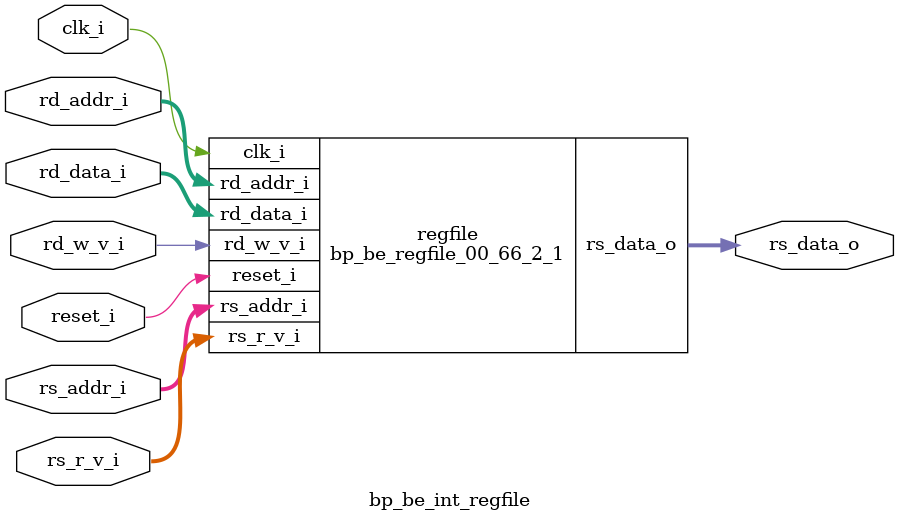
<source format=v>


module bsg_mem_2r1w_sync_width_p66_els_p32
(
  clk_i,
  reset_i,
  w_v_i,
  w_addr_i,
  w_data_i,
  r0_v_i,
  r0_addr_i,
  r0_data_o,
  r1_v_i,
  r1_addr_i,
  r1_data_o
);

  input [4:0] w_addr_i;
  input [65:0] w_data_i;
  input [4:0] r0_addr_i;
  output [65:0] r0_data_o;
  input [4:0] r1_addr_i;
  output [65:0] r1_data_o;
  input clk_i;
  input reset_i;
  input w_v_i;
  input r0_v_i;
  input r1_v_i;
  wire [65:0] r0_data_o,r1_data_o;

  bsg_mem_2r1w_sync_synth
   #(.els_p(66), .els_p(1<<5))
  synth
  (
    .clk_i(clk_i),
    .reset_i(reset_i),
    .w_v_i(w_v_i),
    .w_addr_i(w_addr_i),
    .w_data_i(w_data_i),
    .r0_v_i(r0_v_i),
    .r0_addr_i(r0_addr_i),
    .r0_data_o(r0_data_o),
    .r1_v_i(r1_v_i),
    .r1_addr_i(r1_addr_i),
    .r1_data_o(r1_data_o)
  );


endmodule



module bsg_dff_width_p66
(
  clk_i,
  data_i,
  data_o
);

  input [65:0] data_i;
  output [65:0] data_o;
  input clk_i;
  wire [65:0] data_o;
  reg data_o_65_sv2v_reg,data_o_64_sv2v_reg,data_o_63_sv2v_reg,data_o_62_sv2v_reg,
  data_o_61_sv2v_reg,data_o_60_sv2v_reg,data_o_59_sv2v_reg,data_o_58_sv2v_reg,
  data_o_57_sv2v_reg,data_o_56_sv2v_reg,data_o_55_sv2v_reg,data_o_54_sv2v_reg,
  data_o_53_sv2v_reg,data_o_52_sv2v_reg,data_o_51_sv2v_reg,data_o_50_sv2v_reg,
  data_o_49_sv2v_reg,data_o_48_sv2v_reg,data_o_47_sv2v_reg,data_o_46_sv2v_reg,data_o_45_sv2v_reg,
  data_o_44_sv2v_reg,data_o_43_sv2v_reg,data_o_42_sv2v_reg,data_o_41_sv2v_reg,
  data_o_40_sv2v_reg,data_o_39_sv2v_reg,data_o_38_sv2v_reg,data_o_37_sv2v_reg,
  data_o_36_sv2v_reg,data_o_35_sv2v_reg,data_o_34_sv2v_reg,data_o_33_sv2v_reg,
  data_o_32_sv2v_reg,data_o_31_sv2v_reg,data_o_30_sv2v_reg,data_o_29_sv2v_reg,
  data_o_28_sv2v_reg,data_o_27_sv2v_reg,data_o_26_sv2v_reg,data_o_25_sv2v_reg,data_o_24_sv2v_reg,
  data_o_23_sv2v_reg,data_o_22_sv2v_reg,data_o_21_sv2v_reg,data_o_20_sv2v_reg,
  data_o_19_sv2v_reg,data_o_18_sv2v_reg,data_o_17_sv2v_reg,data_o_16_sv2v_reg,
  data_o_15_sv2v_reg,data_o_14_sv2v_reg,data_o_13_sv2v_reg,data_o_12_sv2v_reg,
  data_o_11_sv2v_reg,data_o_10_sv2v_reg,data_o_9_sv2v_reg,data_o_8_sv2v_reg,data_o_7_sv2v_reg,
  data_o_6_sv2v_reg,data_o_5_sv2v_reg,data_o_4_sv2v_reg,data_o_3_sv2v_reg,
  data_o_2_sv2v_reg,data_o_1_sv2v_reg,data_o_0_sv2v_reg;
  assign data_o[65] = data_o_65_sv2v_reg;
  assign data_o[64] = data_o_64_sv2v_reg;
  assign data_o[63] = data_o_63_sv2v_reg;
  assign data_o[62] = data_o_62_sv2v_reg;
  assign data_o[61] = data_o_61_sv2v_reg;
  assign data_o[60] = data_o_60_sv2v_reg;
  assign data_o[59] = data_o_59_sv2v_reg;
  assign data_o[58] = data_o_58_sv2v_reg;
  assign data_o[57] = data_o_57_sv2v_reg;
  assign data_o[56] = data_o_56_sv2v_reg;
  assign data_o[55] = data_o_55_sv2v_reg;
  assign data_o[54] = data_o_54_sv2v_reg;
  assign data_o[53] = data_o_53_sv2v_reg;
  assign data_o[52] = data_o_52_sv2v_reg;
  assign data_o[51] = data_o_51_sv2v_reg;
  assign data_o[50] = data_o_50_sv2v_reg;
  assign data_o[49] = data_o_49_sv2v_reg;
  assign data_o[48] = data_o_48_sv2v_reg;
  assign data_o[47] = data_o_47_sv2v_reg;
  assign data_o[46] = data_o_46_sv2v_reg;
  assign data_o[45] = data_o_45_sv2v_reg;
  assign data_o[44] = data_o_44_sv2v_reg;
  assign data_o[43] = data_o_43_sv2v_reg;
  assign data_o[42] = data_o_42_sv2v_reg;
  assign data_o[41] = data_o_41_sv2v_reg;
  assign data_o[40] = data_o_40_sv2v_reg;
  assign data_o[39] = data_o_39_sv2v_reg;
  assign data_o[38] = data_o_38_sv2v_reg;
  assign data_o[37] = data_o_37_sv2v_reg;
  assign data_o[36] = data_o_36_sv2v_reg;
  assign data_o[35] = data_o_35_sv2v_reg;
  assign data_o[34] = data_o_34_sv2v_reg;
  assign data_o[33] = data_o_33_sv2v_reg;
  assign data_o[32] = data_o_32_sv2v_reg;
  assign data_o[31] = data_o_31_sv2v_reg;
  assign data_o[30] = data_o_30_sv2v_reg;
  assign data_o[29] = data_o_29_sv2v_reg;
  assign data_o[28] = data_o_28_sv2v_reg;
  assign data_o[27] = data_o_27_sv2v_reg;
  assign data_o[26] = data_o_26_sv2v_reg;
  assign data_o[25] = data_o_25_sv2v_reg;
  assign data_o[24] = data_o_24_sv2v_reg;
  assign data_o[23] = data_o_23_sv2v_reg;
  assign data_o[22] = data_o_22_sv2v_reg;
  assign data_o[21] = data_o_21_sv2v_reg;
  assign data_o[20] = data_o_20_sv2v_reg;
  assign data_o[19] = data_o_19_sv2v_reg;
  assign data_o[18] = data_o_18_sv2v_reg;
  assign data_o[17] = data_o_17_sv2v_reg;
  assign data_o[16] = data_o_16_sv2v_reg;
  assign data_o[15] = data_o_15_sv2v_reg;
  assign data_o[14] = data_o_14_sv2v_reg;
  assign data_o[13] = data_o_13_sv2v_reg;
  assign data_o[12] = data_o_12_sv2v_reg;
  assign data_o[11] = data_o_11_sv2v_reg;
  assign data_o[10] = data_o_10_sv2v_reg;
  assign data_o[9] = data_o_9_sv2v_reg;
  assign data_o[8] = data_o_8_sv2v_reg;
  assign data_o[7] = data_o_7_sv2v_reg;
  assign data_o[6] = data_o_6_sv2v_reg;
  assign data_o[5] = data_o_5_sv2v_reg;
  assign data_o[4] = data_o_4_sv2v_reg;
  assign data_o[3] = data_o_3_sv2v_reg;
  assign data_o[2] = data_o_2_sv2v_reg;
  assign data_o[1] = data_o_1_sv2v_reg;
  assign data_o[0] = data_o_0_sv2v_reg;

  always @(posedge clk_i) begin
    if(1'b1) begin
      data_o_65_sv2v_reg <= data_i[65];
      data_o_64_sv2v_reg <= data_i[64];
      data_o_63_sv2v_reg <= data_i[63];
      data_o_62_sv2v_reg <= data_i[62];
      data_o_61_sv2v_reg <= data_i[61];
      data_o_60_sv2v_reg <= data_i[60];
      data_o_59_sv2v_reg <= data_i[59];
      data_o_58_sv2v_reg <= data_i[58];
      data_o_57_sv2v_reg <= data_i[57];
      data_o_56_sv2v_reg <= data_i[56];
      data_o_55_sv2v_reg <= data_i[55];
      data_o_54_sv2v_reg <= data_i[54];
      data_o_53_sv2v_reg <= data_i[53];
      data_o_52_sv2v_reg <= data_i[52];
      data_o_51_sv2v_reg <= data_i[51];
      data_o_50_sv2v_reg <= data_i[50];
      data_o_49_sv2v_reg <= data_i[49];
      data_o_48_sv2v_reg <= data_i[48];
      data_o_47_sv2v_reg <= data_i[47];
      data_o_46_sv2v_reg <= data_i[46];
      data_o_45_sv2v_reg <= data_i[45];
      data_o_44_sv2v_reg <= data_i[44];
      data_o_43_sv2v_reg <= data_i[43];
      data_o_42_sv2v_reg <= data_i[42];
      data_o_41_sv2v_reg <= data_i[41];
      data_o_40_sv2v_reg <= data_i[40];
      data_o_39_sv2v_reg <= data_i[39];
      data_o_38_sv2v_reg <= data_i[38];
      data_o_37_sv2v_reg <= data_i[37];
      data_o_36_sv2v_reg <= data_i[36];
      data_o_35_sv2v_reg <= data_i[35];
      data_o_34_sv2v_reg <= data_i[34];
      data_o_33_sv2v_reg <= data_i[33];
      data_o_32_sv2v_reg <= data_i[32];
      data_o_31_sv2v_reg <= data_i[31];
      data_o_30_sv2v_reg <= data_i[30];
      data_o_29_sv2v_reg <= data_i[29];
      data_o_28_sv2v_reg <= data_i[28];
      data_o_27_sv2v_reg <= data_i[27];
      data_o_26_sv2v_reg <= data_i[26];
      data_o_25_sv2v_reg <= data_i[25];
      data_o_24_sv2v_reg <= data_i[24];
      data_o_23_sv2v_reg <= data_i[23];
      data_o_22_sv2v_reg <= data_i[22];
      data_o_21_sv2v_reg <= data_i[21];
      data_o_20_sv2v_reg <= data_i[20];
      data_o_19_sv2v_reg <= data_i[19];
      data_o_18_sv2v_reg <= data_i[18];
      data_o_17_sv2v_reg <= data_i[17];
      data_o_16_sv2v_reg <= data_i[16];
      data_o_15_sv2v_reg <= data_i[15];
      data_o_14_sv2v_reg <= data_i[14];
      data_o_13_sv2v_reg <= data_i[13];
      data_o_12_sv2v_reg <= data_i[12];
      data_o_11_sv2v_reg <= data_i[11];
      data_o_10_sv2v_reg <= data_i[10];
      data_o_9_sv2v_reg <= data_i[9];
      data_o_8_sv2v_reg <= data_i[8];
      data_o_7_sv2v_reg <= data_i[7];
      data_o_6_sv2v_reg <= data_i[6];
      data_o_5_sv2v_reg <= data_i[5];
      data_o_4_sv2v_reg <= data_i[4];
      data_o_3_sv2v_reg <= data_i[3];
      data_o_2_sv2v_reg <= data_i[2];
      data_o_1_sv2v_reg <= data_i[1];
      data_o_0_sv2v_reg <= data_i[0];
    end 
  end


endmodule



module bsg_dff_width_p3
(
  clk_i,
  data_i,
  data_o
);

  input [2:0] data_i;
  output [2:0] data_o;
  input clk_i;
  wire [2:0] data_o;
  reg data_o_2_sv2v_reg,data_o_1_sv2v_reg,data_o_0_sv2v_reg;
  assign data_o[2] = data_o_2_sv2v_reg;
  assign data_o[1] = data_o_1_sv2v_reg;
  assign data_o[0] = data_o_0_sv2v_reg;

  always @(posedge clk_i) begin
    if(1'b1) begin
      data_o_2_sv2v_reg <= data_i[2];
      data_o_1_sv2v_reg <= data_i[1];
      data_o_0_sv2v_reg <= data_i[0];
    end 
  end


endmodule



module bsg_dff_en_width_p5
(
  clk_i,
  data_i,
  en_i,
  data_o
);

  input [4:0] data_i;
  output [4:0] data_o;
  input clk_i;
  input en_i;
  wire [4:0] data_o;
  reg data_o_4_sv2v_reg,data_o_3_sv2v_reg,data_o_2_sv2v_reg,data_o_1_sv2v_reg,
  data_o_0_sv2v_reg;
  assign data_o[4] = data_o_4_sv2v_reg;
  assign data_o[3] = data_o_3_sv2v_reg;
  assign data_o[2] = data_o_2_sv2v_reg;
  assign data_o[1] = data_o_1_sv2v_reg;
  assign data_o[0] = data_o_0_sv2v_reg;

  always @(posedge clk_i) begin
    if(en_i) begin
      data_o_4_sv2v_reg <= data_i[4];
      data_o_3_sv2v_reg <= data_i[3];
      data_o_2_sv2v_reg <= data_i[2];
      data_o_1_sv2v_reg <= data_i[1];
      data_o_0_sv2v_reg <= data_i[0];
    end 
  end


endmodule



module bsg_dff_en_width_p66
(
  clk_i,
  data_i,
  en_i,
  data_o
);

  input [65:0] data_i;
  output [65:0] data_o;
  input clk_i;
  input en_i;
  wire [65:0] data_o;
  reg data_o_65_sv2v_reg,data_o_64_sv2v_reg,data_o_63_sv2v_reg,data_o_62_sv2v_reg,
  data_o_61_sv2v_reg,data_o_60_sv2v_reg,data_o_59_sv2v_reg,data_o_58_sv2v_reg,
  data_o_57_sv2v_reg,data_o_56_sv2v_reg,data_o_55_sv2v_reg,data_o_54_sv2v_reg,
  data_o_53_sv2v_reg,data_o_52_sv2v_reg,data_o_51_sv2v_reg,data_o_50_sv2v_reg,
  data_o_49_sv2v_reg,data_o_48_sv2v_reg,data_o_47_sv2v_reg,data_o_46_sv2v_reg,data_o_45_sv2v_reg,
  data_o_44_sv2v_reg,data_o_43_sv2v_reg,data_o_42_sv2v_reg,data_o_41_sv2v_reg,
  data_o_40_sv2v_reg,data_o_39_sv2v_reg,data_o_38_sv2v_reg,data_o_37_sv2v_reg,
  data_o_36_sv2v_reg,data_o_35_sv2v_reg,data_o_34_sv2v_reg,data_o_33_sv2v_reg,
  data_o_32_sv2v_reg,data_o_31_sv2v_reg,data_o_30_sv2v_reg,data_o_29_sv2v_reg,
  data_o_28_sv2v_reg,data_o_27_sv2v_reg,data_o_26_sv2v_reg,data_o_25_sv2v_reg,data_o_24_sv2v_reg,
  data_o_23_sv2v_reg,data_o_22_sv2v_reg,data_o_21_sv2v_reg,data_o_20_sv2v_reg,
  data_o_19_sv2v_reg,data_o_18_sv2v_reg,data_o_17_sv2v_reg,data_o_16_sv2v_reg,
  data_o_15_sv2v_reg,data_o_14_sv2v_reg,data_o_13_sv2v_reg,data_o_12_sv2v_reg,
  data_o_11_sv2v_reg,data_o_10_sv2v_reg,data_o_9_sv2v_reg,data_o_8_sv2v_reg,data_o_7_sv2v_reg,
  data_o_6_sv2v_reg,data_o_5_sv2v_reg,data_o_4_sv2v_reg,data_o_3_sv2v_reg,
  data_o_2_sv2v_reg,data_o_1_sv2v_reg,data_o_0_sv2v_reg;
  assign data_o[65] = data_o_65_sv2v_reg;
  assign data_o[64] = data_o_64_sv2v_reg;
  assign data_o[63] = data_o_63_sv2v_reg;
  assign data_o[62] = data_o_62_sv2v_reg;
  assign data_o[61] = data_o_61_sv2v_reg;
  assign data_o[60] = data_o_60_sv2v_reg;
  assign data_o[59] = data_o_59_sv2v_reg;
  assign data_o[58] = data_o_58_sv2v_reg;
  assign data_o[57] = data_o_57_sv2v_reg;
  assign data_o[56] = data_o_56_sv2v_reg;
  assign data_o[55] = data_o_55_sv2v_reg;
  assign data_o[54] = data_o_54_sv2v_reg;
  assign data_o[53] = data_o_53_sv2v_reg;
  assign data_o[52] = data_o_52_sv2v_reg;
  assign data_o[51] = data_o_51_sv2v_reg;
  assign data_o[50] = data_o_50_sv2v_reg;
  assign data_o[49] = data_o_49_sv2v_reg;
  assign data_o[48] = data_o_48_sv2v_reg;
  assign data_o[47] = data_o_47_sv2v_reg;
  assign data_o[46] = data_o_46_sv2v_reg;
  assign data_o[45] = data_o_45_sv2v_reg;
  assign data_o[44] = data_o_44_sv2v_reg;
  assign data_o[43] = data_o_43_sv2v_reg;
  assign data_o[42] = data_o_42_sv2v_reg;
  assign data_o[41] = data_o_41_sv2v_reg;
  assign data_o[40] = data_o_40_sv2v_reg;
  assign data_o[39] = data_o_39_sv2v_reg;
  assign data_o[38] = data_o_38_sv2v_reg;
  assign data_o[37] = data_o_37_sv2v_reg;
  assign data_o[36] = data_o_36_sv2v_reg;
  assign data_o[35] = data_o_35_sv2v_reg;
  assign data_o[34] = data_o_34_sv2v_reg;
  assign data_o[33] = data_o_33_sv2v_reg;
  assign data_o[32] = data_o_32_sv2v_reg;
  assign data_o[31] = data_o_31_sv2v_reg;
  assign data_o[30] = data_o_30_sv2v_reg;
  assign data_o[29] = data_o_29_sv2v_reg;
  assign data_o[28] = data_o_28_sv2v_reg;
  assign data_o[27] = data_o_27_sv2v_reg;
  assign data_o[26] = data_o_26_sv2v_reg;
  assign data_o[25] = data_o_25_sv2v_reg;
  assign data_o[24] = data_o_24_sv2v_reg;
  assign data_o[23] = data_o_23_sv2v_reg;
  assign data_o[22] = data_o_22_sv2v_reg;
  assign data_o[21] = data_o_21_sv2v_reg;
  assign data_o[20] = data_o_20_sv2v_reg;
  assign data_o[19] = data_o_19_sv2v_reg;
  assign data_o[18] = data_o_18_sv2v_reg;
  assign data_o[17] = data_o_17_sv2v_reg;
  assign data_o[16] = data_o_16_sv2v_reg;
  assign data_o[15] = data_o_15_sv2v_reg;
  assign data_o[14] = data_o_14_sv2v_reg;
  assign data_o[13] = data_o_13_sv2v_reg;
  assign data_o[12] = data_o_12_sv2v_reg;
  assign data_o[11] = data_o_11_sv2v_reg;
  assign data_o[10] = data_o_10_sv2v_reg;
  assign data_o[9] = data_o_9_sv2v_reg;
  assign data_o[8] = data_o_8_sv2v_reg;
  assign data_o[7] = data_o_7_sv2v_reg;
  assign data_o[6] = data_o_6_sv2v_reg;
  assign data_o[5] = data_o_5_sv2v_reg;
  assign data_o[4] = data_o_4_sv2v_reg;
  assign data_o[3] = data_o_3_sv2v_reg;
  assign data_o[2] = data_o_2_sv2v_reg;
  assign data_o[1] = data_o_1_sv2v_reg;
  assign data_o[0] = data_o_0_sv2v_reg;

  always @(posedge clk_i) begin
    if(en_i) begin
      data_o_65_sv2v_reg <= data_i[65];
      data_o_64_sv2v_reg <= data_i[64];
      data_o_63_sv2v_reg <= data_i[63];
      data_o_62_sv2v_reg <= data_i[62];
      data_o_61_sv2v_reg <= data_i[61];
      data_o_60_sv2v_reg <= data_i[60];
      data_o_59_sv2v_reg <= data_i[59];
      data_o_58_sv2v_reg <= data_i[58];
      data_o_57_sv2v_reg <= data_i[57];
      data_o_56_sv2v_reg <= data_i[56];
      data_o_55_sv2v_reg <= data_i[55];
      data_o_54_sv2v_reg <= data_i[54];
      data_o_53_sv2v_reg <= data_i[53];
      data_o_52_sv2v_reg <= data_i[52];
      data_o_51_sv2v_reg <= data_i[51];
      data_o_50_sv2v_reg <= data_i[50];
      data_o_49_sv2v_reg <= data_i[49];
      data_o_48_sv2v_reg <= data_i[48];
      data_o_47_sv2v_reg <= data_i[47];
      data_o_46_sv2v_reg <= data_i[46];
      data_o_45_sv2v_reg <= data_i[45];
      data_o_44_sv2v_reg <= data_i[44];
      data_o_43_sv2v_reg <= data_i[43];
      data_o_42_sv2v_reg <= data_i[42];
      data_o_41_sv2v_reg <= data_i[41];
      data_o_40_sv2v_reg <= data_i[40];
      data_o_39_sv2v_reg <= data_i[39];
      data_o_38_sv2v_reg <= data_i[38];
      data_o_37_sv2v_reg <= data_i[37];
      data_o_36_sv2v_reg <= data_i[36];
      data_o_35_sv2v_reg <= data_i[35];
      data_o_34_sv2v_reg <= data_i[34];
      data_o_33_sv2v_reg <= data_i[33];
      data_o_32_sv2v_reg <= data_i[32];
      data_o_31_sv2v_reg <= data_i[31];
      data_o_30_sv2v_reg <= data_i[30];
      data_o_29_sv2v_reg <= data_i[29];
      data_o_28_sv2v_reg <= data_i[28];
      data_o_27_sv2v_reg <= data_i[27];
      data_o_26_sv2v_reg <= data_i[26];
      data_o_25_sv2v_reg <= data_i[25];
      data_o_24_sv2v_reg <= data_i[24];
      data_o_23_sv2v_reg <= data_i[23];
      data_o_22_sv2v_reg <= data_i[22];
      data_o_21_sv2v_reg <= data_i[21];
      data_o_20_sv2v_reg <= data_i[20];
      data_o_19_sv2v_reg <= data_i[19];
      data_o_18_sv2v_reg <= data_i[18];
      data_o_17_sv2v_reg <= data_i[17];
      data_o_16_sv2v_reg <= data_i[16];
      data_o_15_sv2v_reg <= data_i[15];
      data_o_14_sv2v_reg <= data_i[14];
      data_o_13_sv2v_reg <= data_i[13];
      data_o_12_sv2v_reg <= data_i[12];
      data_o_11_sv2v_reg <= data_i[11];
      data_o_10_sv2v_reg <= data_i[10];
      data_o_9_sv2v_reg <= data_i[9];
      data_o_8_sv2v_reg <= data_i[8];
      data_o_7_sv2v_reg <= data_i[7];
      data_o_6_sv2v_reg <= data_i[6];
      data_o_5_sv2v_reg <= data_i[5];
      data_o_4_sv2v_reg <= data_i[4];
      data_o_3_sv2v_reg <= data_i[3];
      data_o_2_sv2v_reg <= data_i[2];
      data_o_1_sv2v_reg <= data_i[1];
      data_o_0_sv2v_reg <= data_i[0];
    end 
  end


endmodule



module bp_be_regfile_00_66_2_1
(
  clk_i,
  reset_i,
  rs_r_v_i,
  rs_addr_i,
  rs_data_o,
  rd_w_v_i,
  rd_addr_i,
  rd_data_i
);

  input [1:0] rs_r_v_i;
  input [9:0] rs_addr_i;
  output [131:0] rs_data_o;
  input [4:0] rd_addr_i;
  input [65:0] rd_data_i;
  input clk_i;
  input reset_i;
  input rd_w_v_i;
  wire [131:0] rs_data_o,rs_data_lo;
  wire N0,N1,N2,N3,N4,N5,N6,N7,N8,N9,\bypass_0_.zero_rs ,N10,\bypass_0_.fwd_rs ,
  \bypass_0_.zero_rs_r ,\bypass_0_.fwd_rs_r ,\bypass_0_.rs_r_v_r ,N11,N12,N13,N14,N15,
  \bypass_0_.replace_rs ,N16,_2_net_,N17,\bypass_1_.zero_rs ,N18,\bypass_1_.fwd_rs ,
  \bypass_1_.zero_rs_r ,\bypass_1_.fwd_rs_r ,\bypass_1_.rs_r_v_r ,N19,N20,N21,N22,
  N23,\bypass_1_.replace_rs ,N24,_5_net_,N25,N26,N27,N28,N29,N30,N31,N32,N33,N34,
  N35,N36,N37,N38,N39;
  wire [1:0] rs_v_li;
  wire [65:0] rd_data_r,\bypass_0_.fwd_data_lo ,\bypass_0_.rs_data_n ,\bypass_0_.rs_data_r ,
  \bypass_1_.fwd_data_lo ,\bypass_1_.rs_data_n ,\bypass_1_.rs_data_r ;
  wire [4:0] \bypass_0_.rs_addr_r ,\bypass_1_.rs_addr_r ;

  bsg_mem_2r1w_sync_width_p66_els_p32
  \tworonew.rf 
  (
    .clk_i(clk_i),
    .reset_i(reset_i),
    .w_v_i(rd_w_v_i),
    .w_addr_i(rd_addr_i),
    .w_data_i(rd_data_i),
    .r0_v_i(rs_v_li[0]),
    .r0_addr_i(rs_addr_i[4:0]),
    .r0_data_o(rs_data_lo[65:0]),
    .r1_v_i(rs_v_li[1]),
    .r1_addr_i(rs_addr_i[9:5]),
    .r1_data_o(rs_data_lo[131:66])
  );


  bsg_dff_width_p66
  rd_reg
  (
    .clk_i(clk_i),
    .data_i(rd_data_i),
    .data_o(rd_data_r)
  );

  assign N10 = rd_addr_i == rs_addr_i[4:0];

  bsg_dff_width_p3
  \bypass_0_.rs_r_v_reg 
  (
    .clk_i(clk_i),
    .data_i({ \bypass_0_.zero_rs , \bypass_0_.fwd_rs , rs_r_v_i[0:0] }),
    .data_o({ \bypass_0_.zero_rs_r , \bypass_0_.fwd_rs_r , \bypass_0_.rs_r_v_r  })
  );


  bsg_dff_en_width_p5
  \bypass_0_.rs_addr_reg 
  (
    .clk_i(clk_i),
    .data_i(rs_addr_i[4:0]),
    .en_i(rs_r_v_i[0]),
    .data_o(\bypass_0_.rs_addr_r )
  );

  assign N15 = \bypass_0_.rs_addr_r  == rd_addr_i;

  bsg_dff_en_width_p66
  \bypass_0_.rs_data_reg 
  (
    .clk_i(clk_i),
    .data_i(\bypass_0_.rs_data_n ),
    .en_i(_2_net_),
    .data_o(\bypass_0_.rs_data_r )
  );

  assign N18 = rd_addr_i == rs_addr_i[9:5];

  bsg_dff_width_p3
  \bypass_1_.rs_r_v_reg 
  (
    .clk_i(clk_i),
    .data_i({ \bypass_1_.zero_rs , \bypass_1_.fwd_rs , rs_r_v_i[1:1] }),
    .data_o({ \bypass_1_.zero_rs_r , \bypass_1_.fwd_rs_r , \bypass_1_.rs_r_v_r  })
  );


  bsg_dff_en_width_p5
  \bypass_1_.rs_addr_reg 
  (
    .clk_i(clk_i),
    .data_i(rs_addr_i[9:5]),
    .en_i(rs_r_v_i[1]),
    .data_o(\bypass_1_.rs_addr_r )
  );

  assign N23 = \bypass_1_.rs_addr_r  == rd_addr_i;

  bsg_dff_en_width_p66
  \bypass_1_.rs_data_reg 
  (
    .clk_i(clk_i),
    .data_i(\bypass_1_.rs_data_n ),
    .en_i(_5_net_),
    .data_o(\bypass_1_.rs_data_r )
  );

  assign N26 = rs_addr_i[3] | rs_addr_i[4];
  assign N27 = rs_addr_i[2] | N26;
  assign N28 = rs_addr_i[1] | N27;
  assign N29 = rs_addr_i[0] | N28;
  assign N30 = ~N29;
  assign N31 = rs_addr_i[8] | rs_addr_i[9];
  assign N32 = rs_addr_i[7] | N31;
  assign N33 = rs_addr_i[6] | N32;
  assign N34 = rs_addr_i[5] | N33;
  assign N35 = ~N34;
  assign \bypass_0_.fwd_data_lo  = (N0)? { 1'b0, 1'b0, 1'b0, 1'b0, 1'b0, 1'b0, 1'b0, 1'b0, 1'b0, 1'b0, 1'b0, 1'b0, 1'b0, 1'b0, 1'b0, 1'b0, 1'b0, 1'b0, 1'b0, 1'b0, 1'b0, 1'b0, 1'b0, 1'b0, 1'b0, 1'b0, 1'b0, 1'b0, 1'b0, 1'b0, 1'b0, 1'b0, 1'b0, 1'b0, 1'b0, 1'b0, 1'b0, 1'b0, 1'b0, 1'b0, 1'b0, 1'b0, 1'b0, 1'b0, 1'b0, 1'b0, 1'b0, 1'b0, 1'b0, 1'b0, 1'b0, 1'b0, 1'b0, 1'b0, 1'b0, 1'b0, 1'b0, 1'b0, 1'b0, 1'b0, 1'b0, 1'b0, 1'b0, 1'b0, 1'b0, 1'b0 } : 
                                   (N14)? rd_data_r : 
                                   (N12)? rs_data_lo[65:0] : 1'b0;
  assign N0 = \bypass_0_.zero_rs_r ;
  assign \bypass_0_.rs_data_n  = (N1)? rd_data_i : 
                                 (N2)? \bypass_0_.fwd_data_lo  : 1'b0;
  assign N1 = \bypass_0_.replace_rs ;
  assign N2 = N16;
  assign rs_data_o[65:0] = (N3)? \bypass_0_.fwd_data_lo  : 
                           (N4)? \bypass_0_.rs_data_r  : 1'b0;
  assign N3 = \bypass_0_.rs_r_v_r ;
  assign N4 = N17;
  assign \bypass_1_.fwd_data_lo  = (N5)? { 1'b0, 1'b0, 1'b0, 1'b0, 1'b0, 1'b0, 1'b0, 1'b0, 1'b0, 1'b0, 1'b0, 1'b0, 1'b0, 1'b0, 1'b0, 1'b0, 1'b0, 1'b0, 1'b0, 1'b0, 1'b0, 1'b0, 1'b0, 1'b0, 1'b0, 1'b0, 1'b0, 1'b0, 1'b0, 1'b0, 1'b0, 1'b0, 1'b0, 1'b0, 1'b0, 1'b0, 1'b0, 1'b0, 1'b0, 1'b0, 1'b0, 1'b0, 1'b0, 1'b0, 1'b0, 1'b0, 1'b0, 1'b0, 1'b0, 1'b0, 1'b0, 1'b0, 1'b0, 1'b0, 1'b0, 1'b0, 1'b0, 1'b0, 1'b0, 1'b0, 1'b0, 1'b0, 1'b0, 1'b0, 1'b0, 1'b0 } : 
                                   (N22)? rd_data_r : 
                                   (N20)? rs_data_lo[131:66] : 1'b0;
  assign N5 = \bypass_1_.zero_rs_r ;
  assign \bypass_1_.rs_data_n  = (N6)? rd_data_i : 
                                 (N7)? \bypass_1_.fwd_data_lo  : 1'b0;
  assign N6 = \bypass_1_.replace_rs ;
  assign N7 = N24;
  assign rs_data_o[131:66] = (N8)? \bypass_1_.fwd_data_lo  : 
                             (N9)? \bypass_1_.rs_data_r  : 1'b0;
  assign N8 = \bypass_1_.rs_r_v_r ;
  assign N9 = N25;
  assign \bypass_0_.zero_rs  = rs_r_v_i[0] & N30;
  assign \bypass_0_.fwd_rs  = N36 & N10;
  assign N36 = rd_w_v_i & rs_r_v_i[0];
  assign N11 = \bypass_0_.fwd_rs_r  | \bypass_0_.zero_rs_r ;
  assign N12 = ~N11;
  assign N13 = ~\bypass_0_.zero_rs_r ;
  assign N14 = \bypass_0_.fwd_rs_r  & N13;
  assign \bypass_0_.replace_rs  = rd_w_v_i & N15;
  assign N16 = ~\bypass_0_.replace_rs ;
  assign _2_net_ = \bypass_0_.rs_r_v_r  | \bypass_0_.replace_rs ;
  assign rs_v_li[0] = rs_r_v_i[0] & N37;
  assign N37 = ~\bypass_0_.fwd_rs ;
  assign N17 = ~\bypass_0_.rs_r_v_r ;
  assign \bypass_1_.zero_rs  = rs_r_v_i[1] & N35;
  assign \bypass_1_.fwd_rs  = N38 & N18;
  assign N38 = rd_w_v_i & rs_r_v_i[1];
  assign N19 = \bypass_1_.fwd_rs_r  | \bypass_1_.zero_rs_r ;
  assign N20 = ~N19;
  assign N21 = ~\bypass_1_.zero_rs_r ;
  assign N22 = \bypass_1_.fwd_rs_r  & N21;
  assign \bypass_1_.replace_rs  = rd_w_v_i & N23;
  assign N24 = ~\bypass_1_.replace_rs ;
  assign _5_net_ = \bypass_1_.rs_r_v_r  | \bypass_1_.replace_rs ;
  assign rs_v_li[1] = rs_r_v_i[1] & N39;
  assign N39 = ~\bypass_1_.fwd_rs ;
  assign N25 = ~\bypass_1_.rs_r_v_r ;

endmodule



module bp_be_int_regfile
(
  clk_i,
  reset_i,
  rs_r_v_i,
  rs_addr_i,
  rs_data_o,
  rd_w_v_i,
  rd_addr_i,
  rd_data_i
);

  input [1:0] rs_r_v_i;
  input [9:0] rs_addr_i;
  output [131:0] rs_data_o;
  input [4:0] rd_addr_i;
  input [65:0] rd_data_i;
  input clk_i;
  input reset_i;
  input rd_w_v_i;
  wire [131:0] rs_data_o;

  bp_be_regfile_00_66_2_1
  regfile
  (
    .clk_i(clk_i),
    .reset_i(reset_i),
    .rs_r_v_i(rs_r_v_i),
    .rs_addr_i(rs_addr_i),
    .rs_data_o(rs_data_o),
    .rd_w_v_i(rd_w_v_i),
    .rd_addr_i(rd_addr_i),
    .rd_data_i(rd_data_i)
  );


endmodule


</source>
